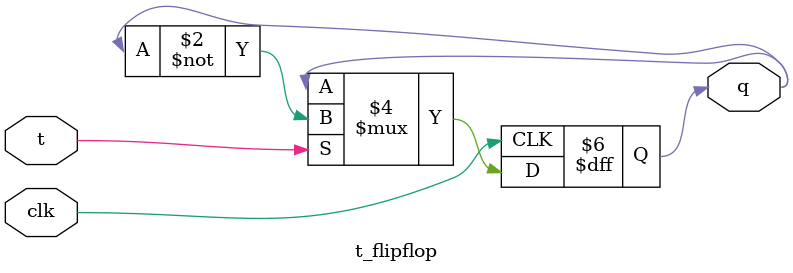
<source format=sv>
module t_flipflop(q, t, clk);
  input t, clk;
  output reg q;

  always @(posedge clk) begin
    if (t)
      q <= ~q; 
    else
      q <= q;  
  end
endmodule

</source>
